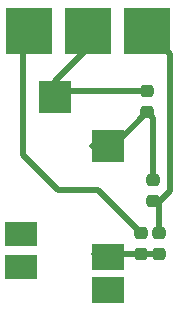
<source format=gtl>
%FSTAX42Y42*%
%MOMM*%
%SFA1B1*%

%IPPOS*%
%AMD10*
4,1,8,0.551180,-0.248920,0.551180,0.248920,0.299720,0.500380,-0.299720,0.500380,-0.551180,0.248920,-0.551180,-0.248920,-0.299720,-0.500380,0.299720,-0.500380,0.551180,-0.248920,0.0*
1,1,0.500000,0.299720,-0.248920*
1,1,0.500000,0.299720,0.248920*
1,1,0.500000,-0.299720,0.248920*
1,1,0.500000,-0.299720,-0.248920*
%
G04~CAMADD=10~8~0.0~0.0~393.7~433.1~98.4~0.0~15~0.0~0.0~0.0~0.0~0~0.0~0.0~0.0~0.0~0~0.0~0.0~0.0~270.0~434.0~394.0*
%ADD10D10*%
%ADD11R,3.999992X3.999992*%
%ADD12R,2.799994X1.999996*%
%ADD13R,2.799994X2.799994*%
%ADD14R,2.799994X2.199996*%
%ADD15C,0.499999*%
%LNpcb1-1*%
%LPD*%
G54D10*
X006149Y009737D03*
Y009561D03*
X006199Y008987D03*
Y008811D03*
X006249Y008537D03*
Y008361D03*
X006099D03*
Y008537D03*
G54D11*
X006149Y010249D03*
X005649D03*
X005149D03*
G54D12*
X00508Y008529D03*
Y008249D03*
G54D13*
X005374Y009689D03*
X005819Y009279D03*
G54D14*
X005819Y008339D03*
Y008059D03*
G54D15*
X006344Y008894D02*
Y010054D01*
X006249Y008799D02*
X006344Y008894D01*
X006249Y008549D02*
Y008799D01*
Y008549D02*
X006261Y008537D01*
X006149Y010249D02*
X006344Y010054D01*
X006199Y008987D02*
Y009511D01*
X006149Y009561D02*
X006199Y009511D01*
X005737Y008899D02*
X006099Y008537D01*
X005399Y008899D02*
X005737D01*
X005099Y009199D02*
X005399Y008899D01*
X005099Y009199D02*
Y010199D01*
X005149Y010249*
X005679Y009279D02*
X005867D01*
X006149Y009561*
X005466Y009737D02*
X006149D01*
X005374Y009829D02*
X005466Y009737D01*
X005649Y010104D02*
Y010249D01*
X005374Y009829D02*
X005649Y010104D01*
X005701Y008361D02*
X006249D01*
M02*
</source>
